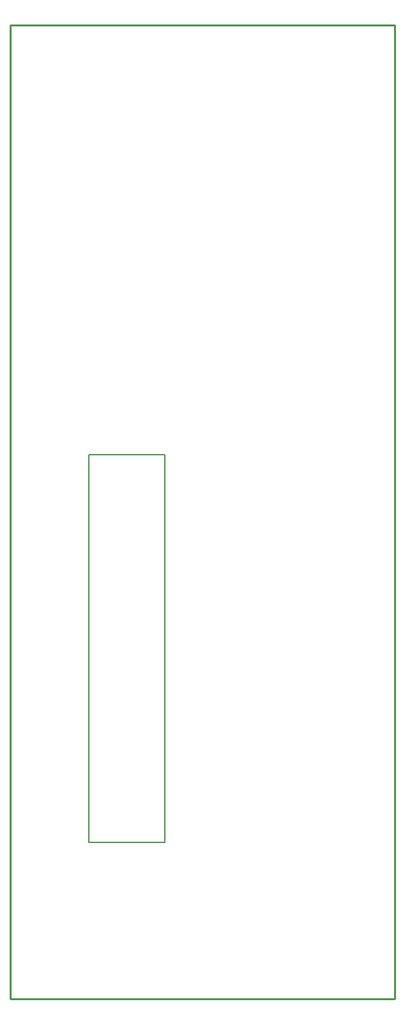
<source format=gko>
G04 start of page 4 for group 2 idx 2 *
G04 Title: 26.001.00.01.01.pcb, outline *
G04 Creator: pcb 4.2.2 *
G04 CreationDate: Sat Feb 13 13:51:23 2021 UTC *
G04 For: bert *
G04 Format: Gerber/RS-274X *
G04 PCB-Dimensions (mil): 3937.01 5905.51 *
G04 PCB-Coordinate-Origin: lower left *
%MOIN*%
%FSLAX25Y25*%
%LNGKO*%
%ADD31C,0.0080*%
%ADD30C,0.0100*%
G54D30*X238189Y47244D02*X238189Y551181D01*
X39370D02*X238189D01*
X39369Y551181D02*X39370Y47244D01*
G54D31*X119094Y328740D02*Y127953D01*
X79724D02*X79725Y328740D01*
X79724D02*X119094D01*
G54D30*X39370Y47244D02*X238188Y47244D01*
G54D31*X79724Y127953D02*X119094D01*
M02*

</source>
